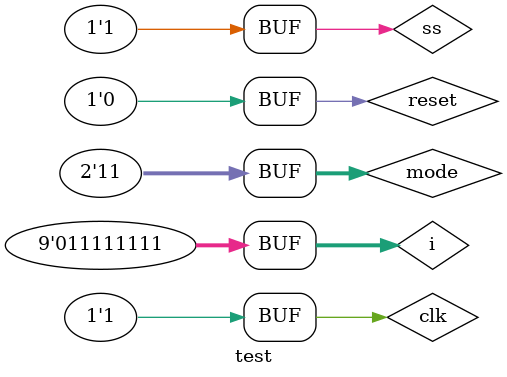
<source format=v>
`timescale 1ns / 1ps


module test;

	// Inputs
	reg clk;
	reg reset;
	reg ss;
	reg [1:0] mode;
	reg [8:0] i;
	// Outputs
	wire [7:0] led;

	// Instantiate the Unit Under Test (UUT)
	TSP_PST_TTR_TNV uut (
		.clk(clk), 
		.reset(reset), 
		.ss(ss), 
		.mode(mode), 
		.led(led)
	);

	initial begin
		// Initialize Inputs
		clk = 0;
		reset = 1;
		ss = 0;
		mode = 0;
		i=0;
		// Wait 100 ns for global reset to finish
		#200;
        
		// Add stimulus here
		reset = 0;
		ss=1;
		// Add stimulus here
		for(i=0;i<255;i=i+1)
		begin
			clk = 1- clk;
			if(i==20)
				mode = 1;
			if(i==24)
				ss = 0;
			if(i==28)
			begin
				mode = 2;
				ss = 1;
			end
			if(i==48)
				mode = 3;
			if(i==64)
				mode = 1;
			if(i==84)
				mode = 0;
			if(i==100)
				mode = 2;
			if(i==116)
				reset = 1;
			if(i==124)
			begin
				mode = 3;
				reset = 0;
			end
		#100;
		end
	end
      
endmodule


</source>
